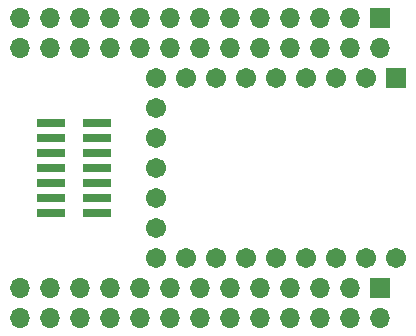
<source format=gbr>
%TF.GenerationSoftware,KiCad,Pcbnew,7.0.10*%
%TF.CreationDate,2025-10-01T21:30:06+02:00*%
%TF.ProjectId,PS2_Debug_Probe,5053325f-4465-4627-9567-5f50726f6265,rev?*%
%TF.SameCoordinates,Original*%
%TF.FileFunction,Soldermask,Bot*%
%TF.FilePolarity,Negative*%
%FSLAX46Y46*%
G04 Gerber Fmt 4.6, Leading zero omitted, Abs format (unit mm)*
G04 Created by KiCad (PCBNEW 7.0.10) date 2025-10-01 21:30:06*
%MOMM*%
%LPD*%
G01*
G04 APERTURE LIST*
G04 Aperture macros list*
%AMRoundRect*
0 Rectangle with rounded corners*
0 $1 Rounding radius*
0 $2 $3 $4 $5 $6 $7 $8 $9 X,Y pos of 4 corners*
0 Add a 4 corners polygon primitive as box body*
4,1,4,$2,$3,$4,$5,$6,$7,$8,$9,$2,$3,0*
0 Add four circle primitives for the rounded corners*
1,1,$1+$1,$2,$3*
1,1,$1+$1,$4,$5*
1,1,$1+$1,$6,$7*
1,1,$1+$1,$8,$9*
0 Add four rect primitives between the rounded corners*
20,1,$1+$1,$2,$3,$4,$5,0*
20,1,$1+$1,$4,$5,$6,$7,0*
20,1,$1+$1,$6,$7,$8,$9,0*
20,1,$1+$1,$8,$9,$2,$3,0*%
G04 Aperture macros list end*
%ADD10R,1.700000X1.700000*%
%ADD11O,1.700000X1.700000*%
%ADD12RoundRect,0.102000X0.754000X-0.754000X0.754000X0.754000X-0.754000X0.754000X-0.754000X-0.754000X0*%
%ADD13C,1.712000*%
%ADD14R,2.400000X0.740000*%
G04 APERTURE END LIST*
D10*
%TO.C,U2*%
X156575000Y-81300000D03*
D11*
X156575000Y-83840000D03*
X154035000Y-81300000D03*
X154035000Y-83840000D03*
X151495000Y-81300000D03*
X151495000Y-83840000D03*
X148955000Y-81300000D03*
X148955000Y-83840000D03*
X146415000Y-81300000D03*
X146415000Y-83840000D03*
X143875000Y-81300000D03*
X143875000Y-83840000D03*
X141335000Y-81300000D03*
X141335000Y-83840000D03*
X138795000Y-81300000D03*
X138795000Y-83840000D03*
X136255000Y-81300000D03*
X136255000Y-83840000D03*
X133715000Y-81300000D03*
X133715000Y-83840000D03*
X131175000Y-81300000D03*
X131175000Y-83840000D03*
X128635000Y-81300000D03*
X128635000Y-83840000D03*
X126095000Y-81300000D03*
X126095000Y-83840000D03*
D10*
X156575000Y-104160000D03*
D11*
X156575000Y-106700000D03*
X154035000Y-104160000D03*
X154035000Y-106700000D03*
X151495000Y-104160000D03*
X151495000Y-106700000D03*
X148955000Y-104160000D03*
X148955000Y-106700000D03*
X146415000Y-104160000D03*
X146415000Y-106700000D03*
X143875000Y-104160000D03*
X143875000Y-106700000D03*
X141335000Y-104160000D03*
X141335000Y-106700000D03*
X138795000Y-104160000D03*
X138795000Y-106700000D03*
X136255000Y-104160000D03*
X136255000Y-106700000D03*
X133715000Y-104160000D03*
X133715000Y-106700000D03*
X131175000Y-104160000D03*
X131175000Y-106700000D03*
X128635000Y-104160000D03*
X128635000Y-106700000D03*
X126095000Y-104160000D03*
X126095000Y-106700000D03*
%TD*%
D12*
%TO.C,U1*%
X157960000Y-86380000D03*
D13*
X155420000Y-86380000D03*
X152880000Y-86380000D03*
X150340000Y-86380000D03*
X147800000Y-86380000D03*
X145260000Y-86380000D03*
X142720000Y-86380000D03*
X140180000Y-86380000D03*
X137640000Y-86380000D03*
X137640000Y-88920000D03*
X137640000Y-91460000D03*
X137640000Y-94000000D03*
X137640000Y-96540000D03*
X137640000Y-99080000D03*
X137640000Y-101620000D03*
X140180000Y-101620000D03*
X142720000Y-101620000D03*
X145260000Y-101620000D03*
X147800000Y-101620000D03*
X150340000Y-101620000D03*
X152880000Y-101620000D03*
X155420000Y-101620000D03*
X157960000Y-101620000D03*
%TD*%
D14*
%TO.C,J1*%
X128750000Y-97810000D03*
X132650000Y-97810000D03*
X128750000Y-96540000D03*
X132650000Y-96540000D03*
X128750000Y-95270000D03*
X132650000Y-95270000D03*
X128750000Y-94000000D03*
X132650000Y-94000000D03*
X128750000Y-92730000D03*
X132650000Y-92730000D03*
X128750000Y-91460000D03*
X132650000Y-91460000D03*
X128750000Y-90190000D03*
X132650000Y-90190000D03*
%TD*%
M02*

</source>
